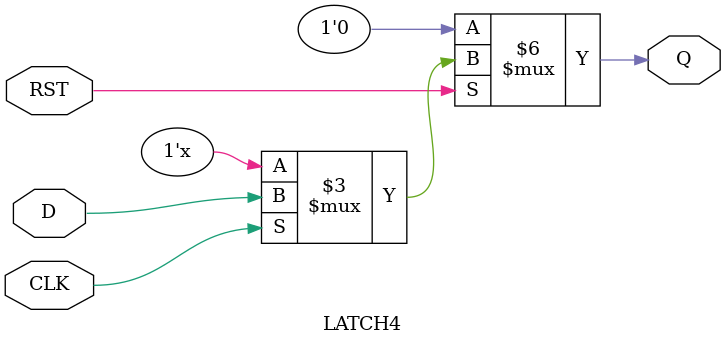
<source format=v>
module LATCH4(CLK,D,Q,RST);
	input CLK,D,RST;
	output Q;
	reg Q;
	always @(D or CLK or RST)
	begin
		if(!RST)	Q <= 0;
		else if(CLK) Q <= D;
	end
endmodule 
</source>
